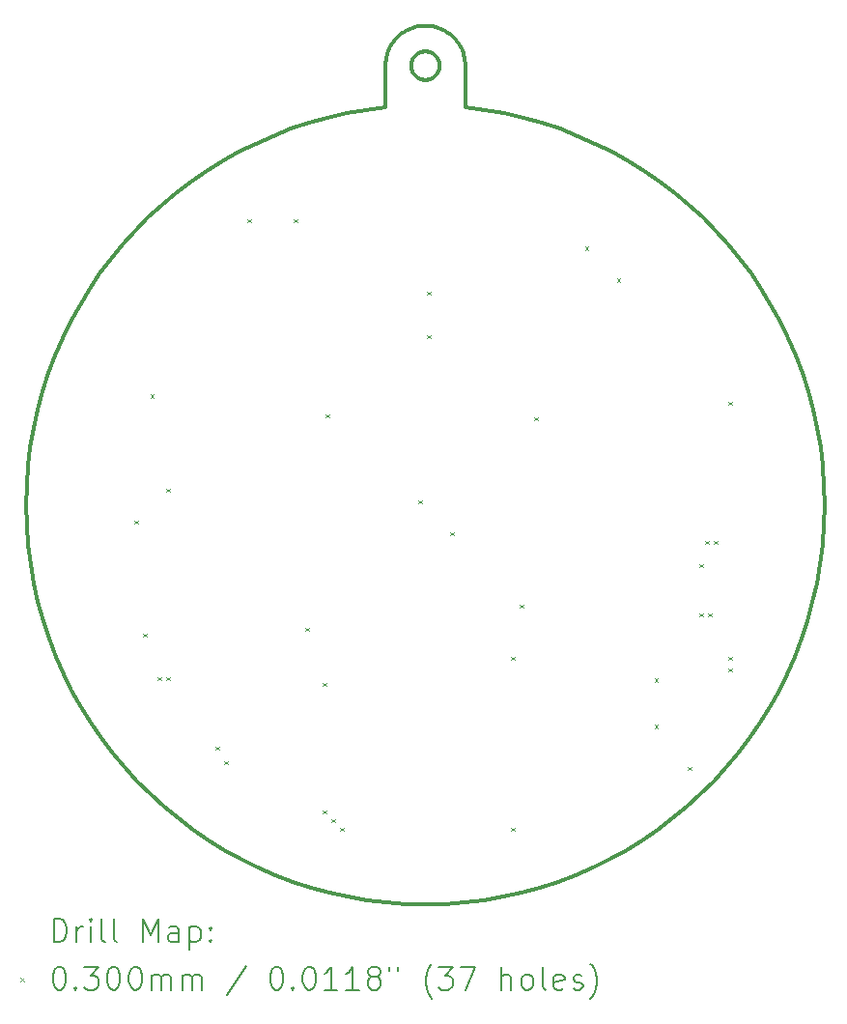
<source format=gbr>
%TF.GenerationSoftware,KiCad,Pcbnew,8.0.6*%
%TF.CreationDate,2024-11-04T22:38:31+01:00*%
%TF.ProjectId,christmas_ornament_2024,63687269-7374-46d6-9173-5f6f726e616d,1.0*%
%TF.SameCoordinates,Original*%
%TF.FileFunction,Drillmap*%
%TF.FilePolarity,Positive*%
%FSLAX45Y45*%
G04 Gerber Fmt 4.5, Leading zero omitted, Abs format (unit mm)*
G04 Created by KiCad (PCBNEW 8.0.6) date 2024-11-04 22:38:31*
%MOMM*%
%LPD*%
G01*
G04 APERTURE LIST*
%ADD10C,0.349999*%
%ADD11C,0.200000*%
%ADD12C,0.100000*%
G04 APERTURE END LIST*
D10*
X15259113Y-5277864D02*
X15265461Y-5278347D01*
X15271717Y-5279142D01*
X15277872Y-5280241D01*
X15283920Y-5281637D01*
X15289852Y-5283321D01*
X15295660Y-5285287D01*
X15301336Y-5287525D01*
X15306873Y-5290028D01*
X15312263Y-5292788D01*
X15317498Y-5295798D01*
X15322569Y-5299050D01*
X15327470Y-5302535D01*
X15332192Y-5306245D01*
X15336728Y-5310174D01*
X15341069Y-5314313D01*
X15345208Y-5318654D01*
X15349137Y-5323190D01*
X15352847Y-5327912D01*
X15356333Y-5332813D01*
X15359584Y-5337884D01*
X15362594Y-5343119D01*
X15365354Y-5348509D01*
X15367857Y-5354046D01*
X15370096Y-5359722D01*
X15372061Y-5365530D01*
X15373745Y-5371462D01*
X15375141Y-5377510D01*
X15376240Y-5383665D01*
X15377035Y-5389921D01*
X15377518Y-5396269D01*
X15377681Y-5402702D01*
X15377518Y-5409134D01*
X15377035Y-5415482D01*
X15376240Y-5421738D01*
X15375141Y-5427893D01*
X15373745Y-5433941D01*
X15372061Y-5439873D01*
X15370096Y-5445681D01*
X15367857Y-5451357D01*
X15365354Y-5456894D01*
X15362594Y-5462284D01*
X15359584Y-5467519D01*
X15356333Y-5472590D01*
X15352847Y-5477491D01*
X15349137Y-5482213D01*
X15345208Y-5486749D01*
X15341069Y-5491090D01*
X15336728Y-5495229D01*
X15332192Y-5499158D01*
X15327470Y-5502869D01*
X15322569Y-5506354D01*
X15317498Y-5509605D01*
X15312263Y-5512615D01*
X15306873Y-5515375D01*
X15301336Y-5517878D01*
X15295660Y-5520117D01*
X15289852Y-5522082D01*
X15283920Y-5523766D01*
X15277872Y-5525162D01*
X15271717Y-5526261D01*
X15265461Y-5527056D01*
X15259113Y-5527539D01*
X15252681Y-5527702D01*
X15246248Y-5527539D01*
X15239900Y-5527056D01*
X15233644Y-5526261D01*
X15227489Y-5525162D01*
X15221441Y-5523766D01*
X15215509Y-5522082D01*
X15209701Y-5520117D01*
X15204025Y-5517878D01*
X15198488Y-5515375D01*
X15193098Y-5512615D01*
X15187863Y-5509605D01*
X15182792Y-5506354D01*
X15177891Y-5502869D01*
X15173169Y-5499158D01*
X15168633Y-5495229D01*
X15164292Y-5491090D01*
X15160153Y-5486749D01*
X15156224Y-5482213D01*
X15152514Y-5477491D01*
X15149029Y-5472590D01*
X15145777Y-5467519D01*
X15142767Y-5462284D01*
X15140007Y-5456894D01*
X15137504Y-5451357D01*
X15135265Y-5445681D01*
X15133300Y-5439873D01*
X15131616Y-5433941D01*
X15130220Y-5427893D01*
X15129121Y-5421738D01*
X15128326Y-5415482D01*
X15127843Y-5409134D01*
X15127681Y-5402702D01*
X15127843Y-5396269D01*
X15128326Y-5389921D01*
X15129121Y-5383665D01*
X15130220Y-5377510D01*
X15131616Y-5371462D01*
X15133300Y-5365530D01*
X15135265Y-5359722D01*
X15137504Y-5354046D01*
X15140007Y-5348509D01*
X15142767Y-5343119D01*
X15145777Y-5337884D01*
X15149029Y-5332813D01*
X15152514Y-5327912D01*
X15156224Y-5323190D01*
X15160153Y-5318654D01*
X15164292Y-5314313D01*
X15168633Y-5310174D01*
X15173169Y-5306245D01*
X15177891Y-5302535D01*
X15182792Y-5299050D01*
X15187863Y-5295798D01*
X15193098Y-5292788D01*
X15198488Y-5290028D01*
X15204025Y-5287525D01*
X15209701Y-5285287D01*
X15215509Y-5283321D01*
X15221441Y-5281637D01*
X15227489Y-5280241D01*
X15233644Y-5279142D01*
X15239900Y-5278347D01*
X15246248Y-5277864D01*
X15252681Y-5277702D01*
X15259113Y-5277864D01*
X15275329Y-5053434D02*
X15297903Y-5055632D01*
X15320330Y-5059296D01*
X15342536Y-5064424D01*
X15364448Y-5071018D01*
X15385992Y-5079078D01*
X15407094Y-5088603D01*
X15427681Y-5099593D01*
X15447492Y-5111926D01*
X15466291Y-5125439D01*
X15484043Y-5140066D01*
X15500709Y-5155745D01*
X15516254Y-5172412D01*
X15530640Y-5190003D01*
X15543831Y-5208454D01*
X15555789Y-5227701D01*
X15566479Y-5247682D01*
X15575863Y-5268331D01*
X15583904Y-5289585D01*
X15590565Y-5311380D01*
X15595810Y-5333654D01*
X15599603Y-5356341D01*
X15601905Y-5379378D01*
X15602681Y-5402702D01*
X15602678Y-5770241D01*
X15775221Y-5791854D01*
X15944815Y-5821586D01*
X16111274Y-5859223D01*
X16274415Y-5904552D01*
X16434053Y-5957357D01*
X16590006Y-6017426D01*
X16742089Y-6084545D01*
X16890118Y-6158499D01*
X17033909Y-6239074D01*
X17173278Y-6326058D01*
X17308041Y-6419235D01*
X17438015Y-6518392D01*
X17563014Y-6623315D01*
X17682856Y-6733790D01*
X17797356Y-6849604D01*
X17906330Y-6970541D01*
X18009595Y-7096389D01*
X18106966Y-7226934D01*
X18198260Y-7361961D01*
X18283292Y-7501257D01*
X18361878Y-7644607D01*
X18433835Y-7791799D01*
X18498979Y-7942617D01*
X18557125Y-8096848D01*
X18608090Y-8254278D01*
X18651689Y-8414694D01*
X18687739Y-8577881D01*
X18716056Y-8743625D01*
X18736456Y-8911713D01*
X18748755Y-9081930D01*
X18752768Y-9254063D01*
X18748312Y-9427898D01*
X18735364Y-9601307D01*
X18714160Y-9772176D01*
X18684903Y-9940310D01*
X18647799Y-10105516D01*
X18603051Y-10267598D01*
X18550865Y-10426363D01*
X18491444Y-10581615D01*
X18424994Y-10733161D01*
X18351718Y-10880805D01*
X18271821Y-11024354D01*
X18185507Y-11163613D01*
X18092981Y-11298387D01*
X17994447Y-11428482D01*
X17890110Y-11553705D01*
X17780174Y-11673859D01*
X17664843Y-11788751D01*
X17544323Y-11898187D01*
X17418816Y-12001971D01*
X17288529Y-12099910D01*
X17153665Y-12191809D01*
X17014428Y-12277473D01*
X16871024Y-12356709D01*
X16723656Y-12429321D01*
X16572529Y-12495115D01*
X16417847Y-12553897D01*
X16259816Y-12605473D01*
X16098638Y-12649648D01*
X15934519Y-12686227D01*
X15767664Y-12715016D01*
X15598275Y-12735820D01*
X15426559Y-12748446D01*
X15252719Y-12752698D01*
X15078880Y-12748448D01*
X14907163Y-12735824D01*
X14737775Y-12715022D01*
X14570919Y-12686234D01*
X14406800Y-12649657D01*
X14245622Y-12605485D01*
X14087590Y-12553911D01*
X13932907Y-12495130D01*
X13781780Y-12429338D01*
X13634411Y-12356727D01*
X13491006Y-12277493D01*
X13351768Y-12191831D01*
X13216903Y-12099933D01*
X13086615Y-12001996D01*
X12961107Y-11898213D01*
X12840585Y-11788779D01*
X12725254Y-11673888D01*
X12615316Y-11553735D01*
X12510978Y-11428514D01*
X12412442Y-11298420D01*
X12319915Y-11163646D01*
X12233599Y-11024389D01*
X12153701Y-10880841D01*
X12080423Y-10733197D01*
X12013971Y-10581652D01*
X11954548Y-10426401D01*
X11902360Y-10267637D01*
X11857611Y-10105555D01*
X11820505Y-9940350D01*
X11791246Y-9772216D01*
X11770040Y-9601347D01*
X11757090Y-9427938D01*
X11752632Y-9254103D01*
X11756643Y-9081970D01*
X11768940Y-8911753D01*
X11789338Y-8743665D01*
X11817653Y-8577920D01*
X11853701Y-8414733D01*
X11897298Y-8254317D01*
X11948261Y-8096886D01*
X12006406Y-7942654D01*
X12071548Y-7791835D01*
X12143503Y-7644643D01*
X12222088Y-7501292D01*
X12307118Y-7361995D01*
X12398410Y-7226967D01*
X12495779Y-7096421D01*
X12599043Y-6970572D01*
X12708015Y-6849633D01*
X12822514Y-6733818D01*
X12942355Y-6623342D01*
X13067353Y-6518417D01*
X13197325Y-6419259D01*
X13332087Y-6326080D01*
X13471455Y-6239095D01*
X13615245Y-6158518D01*
X13763273Y-6084562D01*
X13915355Y-6017442D01*
X14071307Y-5957371D01*
X14230945Y-5904564D01*
X14394086Y-5859233D01*
X14560544Y-5821594D01*
X14730137Y-5791860D01*
X14902681Y-5770245D01*
X14902681Y-5402702D01*
X14902875Y-5391008D01*
X14903456Y-5379378D01*
X14904419Y-5367820D01*
X14905758Y-5356341D01*
X14907471Y-5344949D01*
X14909551Y-5333654D01*
X14911994Y-5322461D01*
X14914796Y-5311380D01*
X14917952Y-5300419D01*
X14921457Y-5289585D01*
X14925308Y-5278886D01*
X14929498Y-5268331D01*
X14934025Y-5257926D01*
X14938882Y-5247682D01*
X14944066Y-5237604D01*
X14949572Y-5227701D01*
X14955395Y-5217982D01*
X14961530Y-5208454D01*
X14967974Y-5199125D01*
X14974721Y-5190003D01*
X14981767Y-5181096D01*
X14989107Y-5172412D01*
X14996737Y-5163959D01*
X15004652Y-5155745D01*
X15012847Y-5147778D01*
X15021318Y-5140066D01*
X15030061Y-5132617D01*
X15039070Y-5125439D01*
X15048341Y-5118539D01*
X15057869Y-5111926D01*
X15067651Y-5105608D01*
X15077681Y-5099593D01*
X15098267Y-5088603D01*
X15119369Y-5079078D01*
X15140913Y-5071018D01*
X15162825Y-5064424D01*
X15185031Y-5059296D01*
X15207458Y-5055632D01*
X15230033Y-5053434D01*
X15252681Y-5052702D01*
X15275329Y-5053434D01*
D11*
D12*
X12703281Y-9387445D02*
X12733281Y-9417445D01*
X12733281Y-9387445D02*
X12703281Y-9417445D01*
X12779481Y-10378045D02*
X12809481Y-10408045D01*
X12809481Y-10378045D02*
X12779481Y-10408045D01*
X12841581Y-8283945D02*
X12871581Y-8313945D01*
X12871581Y-8283945D02*
X12841581Y-8313945D01*
X12906481Y-10759045D02*
X12936481Y-10789045D01*
X12936481Y-10759045D02*
X12906481Y-10789045D01*
X12982681Y-9108045D02*
X13012681Y-9138045D01*
X13012681Y-9108045D02*
X12982681Y-9138045D01*
X12982681Y-10759045D02*
X13012681Y-10789045D01*
X13012681Y-10759045D02*
X12982681Y-10789045D01*
X13414481Y-11368645D02*
X13444481Y-11398645D01*
X13444481Y-11368645D02*
X13414481Y-11398645D01*
X13490681Y-11495645D02*
X13520681Y-11525645D01*
X13520681Y-11495645D02*
X13490681Y-11525645D01*
X13693881Y-6745845D02*
X13723881Y-6775845D01*
X13723881Y-6745845D02*
X13693881Y-6775845D01*
X14100281Y-6745845D02*
X14130281Y-6775845D01*
X14130281Y-6745845D02*
X14100281Y-6775845D01*
X14201881Y-10327245D02*
X14231881Y-10357245D01*
X14231881Y-10327245D02*
X14201881Y-10357245D01*
X14354281Y-10809845D02*
X14384281Y-10839845D01*
X14384281Y-10809845D02*
X14354281Y-10839845D01*
X14354281Y-11927445D02*
X14384281Y-11957445D01*
X14384281Y-11927445D02*
X14354281Y-11957445D01*
X14379681Y-8456514D02*
X14409681Y-8486514D01*
X14409681Y-8456514D02*
X14379681Y-8486514D01*
X14430481Y-12003645D02*
X14460481Y-12033645D01*
X14460481Y-12003645D02*
X14430481Y-12033645D01*
X14506681Y-12079845D02*
X14536681Y-12109845D01*
X14536681Y-12079845D02*
X14506681Y-12109845D01*
X15192481Y-9209645D02*
X15222481Y-9239645D01*
X15222481Y-9209645D02*
X15192481Y-9239645D01*
X15268681Y-7380845D02*
X15298681Y-7410845D01*
X15298681Y-7380845D02*
X15268681Y-7410845D01*
X15268681Y-7761845D02*
X15298681Y-7791845D01*
X15298681Y-7761845D02*
X15268681Y-7791845D01*
X15471881Y-9489045D02*
X15501881Y-9519045D01*
X15501881Y-9489045D02*
X15471881Y-9519045D01*
X16005281Y-10581245D02*
X16035281Y-10611245D01*
X16035281Y-10581245D02*
X16005281Y-10611245D01*
X16005281Y-12079845D02*
X16035281Y-12109845D01*
X16035281Y-12079845D02*
X16005281Y-12109845D01*
X16081481Y-10124045D02*
X16111481Y-10154045D01*
X16111481Y-10124045D02*
X16081481Y-10154045D01*
X16208481Y-8482850D02*
X16238481Y-8512850D01*
X16238481Y-8482850D02*
X16208481Y-8512850D01*
X16652981Y-6987145D02*
X16682981Y-7017145D01*
X16682981Y-6987145D02*
X16652981Y-7017145D01*
X16932381Y-7266545D02*
X16962381Y-7296545D01*
X16962381Y-7266545D02*
X16932381Y-7296545D01*
X17262581Y-10771745D02*
X17292581Y-10801745D01*
X17292581Y-10771745D02*
X17262581Y-10801745D01*
X17262581Y-11178145D02*
X17292581Y-11208145D01*
X17292581Y-11178145D02*
X17262581Y-11208145D01*
X17554681Y-11546445D02*
X17584681Y-11576445D01*
X17584681Y-11546445D02*
X17554681Y-11576445D01*
X17656281Y-9768445D02*
X17686281Y-9798445D01*
X17686281Y-9768445D02*
X17656281Y-9798445D01*
X17656281Y-10200245D02*
X17686281Y-10230245D01*
X17686281Y-10200245D02*
X17656281Y-10230245D01*
X17707081Y-9565245D02*
X17737081Y-9595245D01*
X17737081Y-9565245D02*
X17707081Y-9595245D01*
X17732481Y-10200245D02*
X17762481Y-10230245D01*
X17762481Y-10200245D02*
X17732481Y-10230245D01*
X17783281Y-9565245D02*
X17813281Y-9595245D01*
X17813281Y-9565245D02*
X17783281Y-9595245D01*
X17910281Y-8346045D02*
X17940281Y-8376045D01*
X17940281Y-8346045D02*
X17910281Y-8376045D01*
X17910281Y-10581245D02*
X17940281Y-10611245D01*
X17940281Y-10581245D02*
X17910281Y-10611245D01*
X17910281Y-10682845D02*
X17940281Y-10712845D01*
X17940281Y-10682845D02*
X17910281Y-10712845D01*
D11*
X11995909Y-13081682D02*
X11995909Y-12881682D01*
X11995909Y-12881682D02*
X12043528Y-12881682D01*
X12043528Y-12881682D02*
X12072099Y-12891206D01*
X12072099Y-12891206D02*
X12091147Y-12910254D01*
X12091147Y-12910254D02*
X12100671Y-12929301D01*
X12100671Y-12929301D02*
X12110194Y-12967396D01*
X12110194Y-12967396D02*
X12110194Y-12995968D01*
X12110194Y-12995968D02*
X12100671Y-13034063D01*
X12100671Y-13034063D02*
X12091147Y-13053111D01*
X12091147Y-13053111D02*
X12072099Y-13072158D01*
X12072099Y-13072158D02*
X12043528Y-13081682D01*
X12043528Y-13081682D02*
X11995909Y-13081682D01*
X12195909Y-13081682D02*
X12195909Y-12948349D01*
X12195909Y-12986444D02*
X12205433Y-12967396D01*
X12205433Y-12967396D02*
X12214956Y-12957873D01*
X12214956Y-12957873D02*
X12234004Y-12948349D01*
X12234004Y-12948349D02*
X12253052Y-12948349D01*
X12319718Y-13081682D02*
X12319718Y-12948349D01*
X12319718Y-12881682D02*
X12310194Y-12891206D01*
X12310194Y-12891206D02*
X12319718Y-12900730D01*
X12319718Y-12900730D02*
X12329242Y-12891206D01*
X12329242Y-12891206D02*
X12319718Y-12881682D01*
X12319718Y-12881682D02*
X12319718Y-12900730D01*
X12443528Y-13081682D02*
X12424480Y-13072158D01*
X12424480Y-13072158D02*
X12414956Y-13053111D01*
X12414956Y-13053111D02*
X12414956Y-12881682D01*
X12548290Y-13081682D02*
X12529242Y-13072158D01*
X12529242Y-13072158D02*
X12519718Y-13053111D01*
X12519718Y-13053111D02*
X12519718Y-12881682D01*
X12776861Y-13081682D02*
X12776861Y-12881682D01*
X12776861Y-12881682D02*
X12843528Y-13024539D01*
X12843528Y-13024539D02*
X12910194Y-12881682D01*
X12910194Y-12881682D02*
X12910194Y-13081682D01*
X13091147Y-13081682D02*
X13091147Y-12976920D01*
X13091147Y-12976920D02*
X13081623Y-12957873D01*
X13081623Y-12957873D02*
X13062575Y-12948349D01*
X13062575Y-12948349D02*
X13024480Y-12948349D01*
X13024480Y-12948349D02*
X13005433Y-12957873D01*
X13091147Y-13072158D02*
X13072099Y-13081682D01*
X13072099Y-13081682D02*
X13024480Y-13081682D01*
X13024480Y-13081682D02*
X13005433Y-13072158D01*
X13005433Y-13072158D02*
X12995909Y-13053111D01*
X12995909Y-13053111D02*
X12995909Y-13034063D01*
X12995909Y-13034063D02*
X13005433Y-13015015D01*
X13005433Y-13015015D02*
X13024480Y-13005492D01*
X13024480Y-13005492D02*
X13072099Y-13005492D01*
X13072099Y-13005492D02*
X13091147Y-12995968D01*
X13186385Y-12948349D02*
X13186385Y-13148349D01*
X13186385Y-12957873D02*
X13205433Y-12948349D01*
X13205433Y-12948349D02*
X13243528Y-12948349D01*
X13243528Y-12948349D02*
X13262575Y-12957873D01*
X13262575Y-12957873D02*
X13272099Y-12967396D01*
X13272099Y-12967396D02*
X13281623Y-12986444D01*
X13281623Y-12986444D02*
X13281623Y-13043587D01*
X13281623Y-13043587D02*
X13272099Y-13062634D01*
X13272099Y-13062634D02*
X13262575Y-13072158D01*
X13262575Y-13072158D02*
X13243528Y-13081682D01*
X13243528Y-13081682D02*
X13205433Y-13081682D01*
X13205433Y-13081682D02*
X13186385Y-13072158D01*
X13367337Y-13062634D02*
X13376861Y-13072158D01*
X13376861Y-13072158D02*
X13367337Y-13081682D01*
X13367337Y-13081682D02*
X13357814Y-13072158D01*
X13357814Y-13072158D02*
X13367337Y-13062634D01*
X13367337Y-13062634D02*
X13367337Y-13081682D01*
X13367337Y-12957873D02*
X13376861Y-12967396D01*
X13376861Y-12967396D02*
X13367337Y-12976920D01*
X13367337Y-12976920D02*
X13357814Y-12967396D01*
X13357814Y-12967396D02*
X13367337Y-12957873D01*
X13367337Y-12957873D02*
X13367337Y-12976920D01*
D12*
X11705132Y-13395198D02*
X11735132Y-13425198D01*
X11735132Y-13395198D02*
X11705132Y-13425198D01*
D11*
X12034004Y-13301682D02*
X12053052Y-13301682D01*
X12053052Y-13301682D02*
X12072099Y-13311206D01*
X12072099Y-13311206D02*
X12081623Y-13320730D01*
X12081623Y-13320730D02*
X12091147Y-13339777D01*
X12091147Y-13339777D02*
X12100671Y-13377873D01*
X12100671Y-13377873D02*
X12100671Y-13425492D01*
X12100671Y-13425492D02*
X12091147Y-13463587D01*
X12091147Y-13463587D02*
X12081623Y-13482634D01*
X12081623Y-13482634D02*
X12072099Y-13492158D01*
X12072099Y-13492158D02*
X12053052Y-13501682D01*
X12053052Y-13501682D02*
X12034004Y-13501682D01*
X12034004Y-13501682D02*
X12014956Y-13492158D01*
X12014956Y-13492158D02*
X12005433Y-13482634D01*
X12005433Y-13482634D02*
X11995909Y-13463587D01*
X11995909Y-13463587D02*
X11986385Y-13425492D01*
X11986385Y-13425492D02*
X11986385Y-13377873D01*
X11986385Y-13377873D02*
X11995909Y-13339777D01*
X11995909Y-13339777D02*
X12005433Y-13320730D01*
X12005433Y-13320730D02*
X12014956Y-13311206D01*
X12014956Y-13311206D02*
X12034004Y-13301682D01*
X12186385Y-13482634D02*
X12195909Y-13492158D01*
X12195909Y-13492158D02*
X12186385Y-13501682D01*
X12186385Y-13501682D02*
X12176861Y-13492158D01*
X12176861Y-13492158D02*
X12186385Y-13482634D01*
X12186385Y-13482634D02*
X12186385Y-13501682D01*
X12262575Y-13301682D02*
X12386385Y-13301682D01*
X12386385Y-13301682D02*
X12319718Y-13377873D01*
X12319718Y-13377873D02*
X12348290Y-13377873D01*
X12348290Y-13377873D02*
X12367337Y-13387396D01*
X12367337Y-13387396D02*
X12376861Y-13396920D01*
X12376861Y-13396920D02*
X12386385Y-13415968D01*
X12386385Y-13415968D02*
X12386385Y-13463587D01*
X12386385Y-13463587D02*
X12376861Y-13482634D01*
X12376861Y-13482634D02*
X12367337Y-13492158D01*
X12367337Y-13492158D02*
X12348290Y-13501682D01*
X12348290Y-13501682D02*
X12291147Y-13501682D01*
X12291147Y-13501682D02*
X12272099Y-13492158D01*
X12272099Y-13492158D02*
X12262575Y-13482634D01*
X12510194Y-13301682D02*
X12529242Y-13301682D01*
X12529242Y-13301682D02*
X12548290Y-13311206D01*
X12548290Y-13311206D02*
X12557814Y-13320730D01*
X12557814Y-13320730D02*
X12567337Y-13339777D01*
X12567337Y-13339777D02*
X12576861Y-13377873D01*
X12576861Y-13377873D02*
X12576861Y-13425492D01*
X12576861Y-13425492D02*
X12567337Y-13463587D01*
X12567337Y-13463587D02*
X12557814Y-13482634D01*
X12557814Y-13482634D02*
X12548290Y-13492158D01*
X12548290Y-13492158D02*
X12529242Y-13501682D01*
X12529242Y-13501682D02*
X12510194Y-13501682D01*
X12510194Y-13501682D02*
X12491147Y-13492158D01*
X12491147Y-13492158D02*
X12481623Y-13482634D01*
X12481623Y-13482634D02*
X12472099Y-13463587D01*
X12472099Y-13463587D02*
X12462575Y-13425492D01*
X12462575Y-13425492D02*
X12462575Y-13377873D01*
X12462575Y-13377873D02*
X12472099Y-13339777D01*
X12472099Y-13339777D02*
X12481623Y-13320730D01*
X12481623Y-13320730D02*
X12491147Y-13311206D01*
X12491147Y-13311206D02*
X12510194Y-13301682D01*
X12700671Y-13301682D02*
X12719718Y-13301682D01*
X12719718Y-13301682D02*
X12738766Y-13311206D01*
X12738766Y-13311206D02*
X12748290Y-13320730D01*
X12748290Y-13320730D02*
X12757814Y-13339777D01*
X12757814Y-13339777D02*
X12767337Y-13377873D01*
X12767337Y-13377873D02*
X12767337Y-13425492D01*
X12767337Y-13425492D02*
X12757814Y-13463587D01*
X12757814Y-13463587D02*
X12748290Y-13482634D01*
X12748290Y-13482634D02*
X12738766Y-13492158D01*
X12738766Y-13492158D02*
X12719718Y-13501682D01*
X12719718Y-13501682D02*
X12700671Y-13501682D01*
X12700671Y-13501682D02*
X12681623Y-13492158D01*
X12681623Y-13492158D02*
X12672099Y-13482634D01*
X12672099Y-13482634D02*
X12662575Y-13463587D01*
X12662575Y-13463587D02*
X12653052Y-13425492D01*
X12653052Y-13425492D02*
X12653052Y-13377873D01*
X12653052Y-13377873D02*
X12662575Y-13339777D01*
X12662575Y-13339777D02*
X12672099Y-13320730D01*
X12672099Y-13320730D02*
X12681623Y-13311206D01*
X12681623Y-13311206D02*
X12700671Y-13301682D01*
X12853052Y-13501682D02*
X12853052Y-13368349D01*
X12853052Y-13387396D02*
X12862575Y-13377873D01*
X12862575Y-13377873D02*
X12881623Y-13368349D01*
X12881623Y-13368349D02*
X12910195Y-13368349D01*
X12910195Y-13368349D02*
X12929242Y-13377873D01*
X12929242Y-13377873D02*
X12938766Y-13396920D01*
X12938766Y-13396920D02*
X12938766Y-13501682D01*
X12938766Y-13396920D02*
X12948290Y-13377873D01*
X12948290Y-13377873D02*
X12967337Y-13368349D01*
X12967337Y-13368349D02*
X12995909Y-13368349D01*
X12995909Y-13368349D02*
X13014956Y-13377873D01*
X13014956Y-13377873D02*
X13024480Y-13396920D01*
X13024480Y-13396920D02*
X13024480Y-13501682D01*
X13119718Y-13501682D02*
X13119718Y-13368349D01*
X13119718Y-13387396D02*
X13129242Y-13377873D01*
X13129242Y-13377873D02*
X13148290Y-13368349D01*
X13148290Y-13368349D02*
X13176861Y-13368349D01*
X13176861Y-13368349D02*
X13195909Y-13377873D01*
X13195909Y-13377873D02*
X13205433Y-13396920D01*
X13205433Y-13396920D02*
X13205433Y-13501682D01*
X13205433Y-13396920D02*
X13214956Y-13377873D01*
X13214956Y-13377873D02*
X13234004Y-13368349D01*
X13234004Y-13368349D02*
X13262575Y-13368349D01*
X13262575Y-13368349D02*
X13281623Y-13377873D01*
X13281623Y-13377873D02*
X13291147Y-13396920D01*
X13291147Y-13396920D02*
X13291147Y-13501682D01*
X13681623Y-13292158D02*
X13510195Y-13549301D01*
X13938766Y-13301682D02*
X13957814Y-13301682D01*
X13957814Y-13301682D02*
X13976861Y-13311206D01*
X13976861Y-13311206D02*
X13986385Y-13320730D01*
X13986385Y-13320730D02*
X13995909Y-13339777D01*
X13995909Y-13339777D02*
X14005433Y-13377873D01*
X14005433Y-13377873D02*
X14005433Y-13425492D01*
X14005433Y-13425492D02*
X13995909Y-13463587D01*
X13995909Y-13463587D02*
X13986385Y-13482634D01*
X13986385Y-13482634D02*
X13976861Y-13492158D01*
X13976861Y-13492158D02*
X13957814Y-13501682D01*
X13957814Y-13501682D02*
X13938766Y-13501682D01*
X13938766Y-13501682D02*
X13919718Y-13492158D01*
X13919718Y-13492158D02*
X13910195Y-13482634D01*
X13910195Y-13482634D02*
X13900671Y-13463587D01*
X13900671Y-13463587D02*
X13891147Y-13425492D01*
X13891147Y-13425492D02*
X13891147Y-13377873D01*
X13891147Y-13377873D02*
X13900671Y-13339777D01*
X13900671Y-13339777D02*
X13910195Y-13320730D01*
X13910195Y-13320730D02*
X13919718Y-13311206D01*
X13919718Y-13311206D02*
X13938766Y-13301682D01*
X14091147Y-13482634D02*
X14100671Y-13492158D01*
X14100671Y-13492158D02*
X14091147Y-13501682D01*
X14091147Y-13501682D02*
X14081623Y-13492158D01*
X14081623Y-13492158D02*
X14091147Y-13482634D01*
X14091147Y-13482634D02*
X14091147Y-13501682D01*
X14224480Y-13301682D02*
X14243528Y-13301682D01*
X14243528Y-13301682D02*
X14262576Y-13311206D01*
X14262576Y-13311206D02*
X14272099Y-13320730D01*
X14272099Y-13320730D02*
X14281623Y-13339777D01*
X14281623Y-13339777D02*
X14291147Y-13377873D01*
X14291147Y-13377873D02*
X14291147Y-13425492D01*
X14291147Y-13425492D02*
X14281623Y-13463587D01*
X14281623Y-13463587D02*
X14272099Y-13482634D01*
X14272099Y-13482634D02*
X14262576Y-13492158D01*
X14262576Y-13492158D02*
X14243528Y-13501682D01*
X14243528Y-13501682D02*
X14224480Y-13501682D01*
X14224480Y-13501682D02*
X14205433Y-13492158D01*
X14205433Y-13492158D02*
X14195909Y-13482634D01*
X14195909Y-13482634D02*
X14186385Y-13463587D01*
X14186385Y-13463587D02*
X14176861Y-13425492D01*
X14176861Y-13425492D02*
X14176861Y-13377873D01*
X14176861Y-13377873D02*
X14186385Y-13339777D01*
X14186385Y-13339777D02*
X14195909Y-13320730D01*
X14195909Y-13320730D02*
X14205433Y-13311206D01*
X14205433Y-13311206D02*
X14224480Y-13301682D01*
X14481623Y-13501682D02*
X14367338Y-13501682D01*
X14424480Y-13501682D02*
X14424480Y-13301682D01*
X14424480Y-13301682D02*
X14405433Y-13330254D01*
X14405433Y-13330254D02*
X14386385Y-13349301D01*
X14386385Y-13349301D02*
X14367338Y-13358825D01*
X14672099Y-13501682D02*
X14557814Y-13501682D01*
X14614957Y-13501682D02*
X14614957Y-13301682D01*
X14614957Y-13301682D02*
X14595909Y-13330254D01*
X14595909Y-13330254D02*
X14576861Y-13349301D01*
X14576861Y-13349301D02*
X14557814Y-13358825D01*
X14786385Y-13387396D02*
X14767338Y-13377873D01*
X14767338Y-13377873D02*
X14757814Y-13368349D01*
X14757814Y-13368349D02*
X14748290Y-13349301D01*
X14748290Y-13349301D02*
X14748290Y-13339777D01*
X14748290Y-13339777D02*
X14757814Y-13320730D01*
X14757814Y-13320730D02*
X14767338Y-13311206D01*
X14767338Y-13311206D02*
X14786385Y-13301682D01*
X14786385Y-13301682D02*
X14824480Y-13301682D01*
X14824480Y-13301682D02*
X14843528Y-13311206D01*
X14843528Y-13311206D02*
X14853052Y-13320730D01*
X14853052Y-13320730D02*
X14862576Y-13339777D01*
X14862576Y-13339777D02*
X14862576Y-13349301D01*
X14862576Y-13349301D02*
X14853052Y-13368349D01*
X14853052Y-13368349D02*
X14843528Y-13377873D01*
X14843528Y-13377873D02*
X14824480Y-13387396D01*
X14824480Y-13387396D02*
X14786385Y-13387396D01*
X14786385Y-13387396D02*
X14767338Y-13396920D01*
X14767338Y-13396920D02*
X14757814Y-13406444D01*
X14757814Y-13406444D02*
X14748290Y-13425492D01*
X14748290Y-13425492D02*
X14748290Y-13463587D01*
X14748290Y-13463587D02*
X14757814Y-13482634D01*
X14757814Y-13482634D02*
X14767338Y-13492158D01*
X14767338Y-13492158D02*
X14786385Y-13501682D01*
X14786385Y-13501682D02*
X14824480Y-13501682D01*
X14824480Y-13501682D02*
X14843528Y-13492158D01*
X14843528Y-13492158D02*
X14853052Y-13482634D01*
X14853052Y-13482634D02*
X14862576Y-13463587D01*
X14862576Y-13463587D02*
X14862576Y-13425492D01*
X14862576Y-13425492D02*
X14853052Y-13406444D01*
X14853052Y-13406444D02*
X14843528Y-13396920D01*
X14843528Y-13396920D02*
X14824480Y-13387396D01*
X14938766Y-13301682D02*
X14938766Y-13339777D01*
X15014957Y-13301682D02*
X15014957Y-13339777D01*
X15310195Y-13577873D02*
X15300671Y-13568349D01*
X15300671Y-13568349D02*
X15281623Y-13539777D01*
X15281623Y-13539777D02*
X15272100Y-13520730D01*
X15272100Y-13520730D02*
X15262576Y-13492158D01*
X15262576Y-13492158D02*
X15253052Y-13444539D01*
X15253052Y-13444539D02*
X15253052Y-13406444D01*
X15253052Y-13406444D02*
X15262576Y-13358825D01*
X15262576Y-13358825D02*
X15272100Y-13330254D01*
X15272100Y-13330254D02*
X15281623Y-13311206D01*
X15281623Y-13311206D02*
X15300671Y-13282634D01*
X15300671Y-13282634D02*
X15310195Y-13273111D01*
X15367338Y-13301682D02*
X15491147Y-13301682D01*
X15491147Y-13301682D02*
X15424480Y-13377873D01*
X15424480Y-13377873D02*
X15453052Y-13377873D01*
X15453052Y-13377873D02*
X15472100Y-13387396D01*
X15472100Y-13387396D02*
X15481623Y-13396920D01*
X15481623Y-13396920D02*
X15491147Y-13415968D01*
X15491147Y-13415968D02*
X15491147Y-13463587D01*
X15491147Y-13463587D02*
X15481623Y-13482634D01*
X15481623Y-13482634D02*
X15472100Y-13492158D01*
X15472100Y-13492158D02*
X15453052Y-13501682D01*
X15453052Y-13501682D02*
X15395909Y-13501682D01*
X15395909Y-13501682D02*
X15376861Y-13492158D01*
X15376861Y-13492158D02*
X15367338Y-13482634D01*
X15557814Y-13301682D02*
X15691147Y-13301682D01*
X15691147Y-13301682D02*
X15605433Y-13501682D01*
X15919719Y-13501682D02*
X15919719Y-13301682D01*
X16005433Y-13501682D02*
X16005433Y-13396920D01*
X16005433Y-13396920D02*
X15995909Y-13377873D01*
X15995909Y-13377873D02*
X15976862Y-13368349D01*
X15976862Y-13368349D02*
X15948290Y-13368349D01*
X15948290Y-13368349D02*
X15929242Y-13377873D01*
X15929242Y-13377873D02*
X15919719Y-13387396D01*
X16129242Y-13501682D02*
X16110195Y-13492158D01*
X16110195Y-13492158D02*
X16100671Y-13482634D01*
X16100671Y-13482634D02*
X16091147Y-13463587D01*
X16091147Y-13463587D02*
X16091147Y-13406444D01*
X16091147Y-13406444D02*
X16100671Y-13387396D01*
X16100671Y-13387396D02*
X16110195Y-13377873D01*
X16110195Y-13377873D02*
X16129242Y-13368349D01*
X16129242Y-13368349D02*
X16157814Y-13368349D01*
X16157814Y-13368349D02*
X16176862Y-13377873D01*
X16176862Y-13377873D02*
X16186385Y-13387396D01*
X16186385Y-13387396D02*
X16195909Y-13406444D01*
X16195909Y-13406444D02*
X16195909Y-13463587D01*
X16195909Y-13463587D02*
X16186385Y-13482634D01*
X16186385Y-13482634D02*
X16176862Y-13492158D01*
X16176862Y-13492158D02*
X16157814Y-13501682D01*
X16157814Y-13501682D02*
X16129242Y-13501682D01*
X16310195Y-13501682D02*
X16291147Y-13492158D01*
X16291147Y-13492158D02*
X16281623Y-13473111D01*
X16281623Y-13473111D02*
X16281623Y-13301682D01*
X16462576Y-13492158D02*
X16443528Y-13501682D01*
X16443528Y-13501682D02*
X16405433Y-13501682D01*
X16405433Y-13501682D02*
X16386385Y-13492158D01*
X16386385Y-13492158D02*
X16376862Y-13473111D01*
X16376862Y-13473111D02*
X16376862Y-13396920D01*
X16376862Y-13396920D02*
X16386385Y-13377873D01*
X16386385Y-13377873D02*
X16405433Y-13368349D01*
X16405433Y-13368349D02*
X16443528Y-13368349D01*
X16443528Y-13368349D02*
X16462576Y-13377873D01*
X16462576Y-13377873D02*
X16472100Y-13396920D01*
X16472100Y-13396920D02*
X16472100Y-13415968D01*
X16472100Y-13415968D02*
X16376862Y-13435015D01*
X16548290Y-13492158D02*
X16567338Y-13501682D01*
X16567338Y-13501682D02*
X16605433Y-13501682D01*
X16605433Y-13501682D02*
X16624481Y-13492158D01*
X16624481Y-13492158D02*
X16634004Y-13473111D01*
X16634004Y-13473111D02*
X16634004Y-13463587D01*
X16634004Y-13463587D02*
X16624481Y-13444539D01*
X16624481Y-13444539D02*
X16605433Y-13435015D01*
X16605433Y-13435015D02*
X16576862Y-13435015D01*
X16576862Y-13435015D02*
X16557814Y-13425492D01*
X16557814Y-13425492D02*
X16548290Y-13406444D01*
X16548290Y-13406444D02*
X16548290Y-13396920D01*
X16548290Y-13396920D02*
X16557814Y-13377873D01*
X16557814Y-13377873D02*
X16576862Y-13368349D01*
X16576862Y-13368349D02*
X16605433Y-13368349D01*
X16605433Y-13368349D02*
X16624481Y-13377873D01*
X16700671Y-13577873D02*
X16710195Y-13568349D01*
X16710195Y-13568349D02*
X16729243Y-13539777D01*
X16729243Y-13539777D02*
X16738766Y-13520730D01*
X16738766Y-13520730D02*
X16748290Y-13492158D01*
X16748290Y-13492158D02*
X16757814Y-13444539D01*
X16757814Y-13444539D02*
X16757814Y-13406444D01*
X16757814Y-13406444D02*
X16748290Y-13358825D01*
X16748290Y-13358825D02*
X16738766Y-13330254D01*
X16738766Y-13330254D02*
X16729243Y-13311206D01*
X16729243Y-13311206D02*
X16710195Y-13282634D01*
X16710195Y-13282634D02*
X16700671Y-13273111D01*
M02*

</source>
